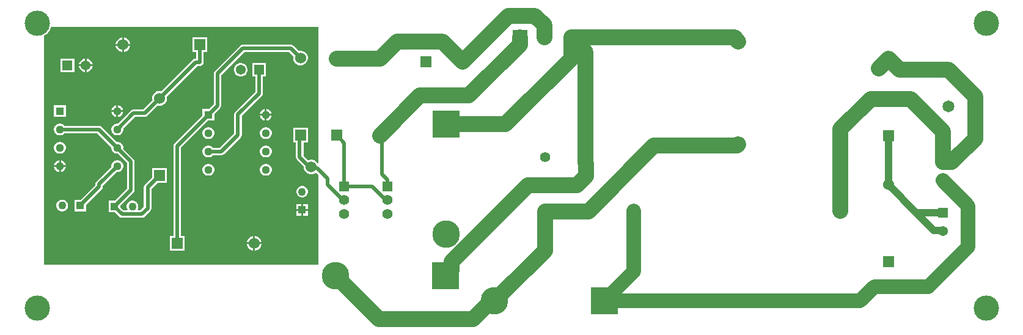
<source format=gtl>
G04*
G04 #@! TF.GenerationSoftware,Altium Limited,Altium Designer,23.7.1 (13)*
G04*
G04 Layer_Physical_Order=1*
G04 Layer_Color=255*
%FSLAX44Y44*%
%MOMM*%
G71*
G04*
G04 #@! TF.SameCoordinates,A07C0687-F844-4A61-819B-523DF58B2253*
G04*
G04*
G04 #@! TF.FilePolarity,Positive*
G04*
G01*
G75*
%ADD18C,1.5240*%
%ADD19R,1.5240X1.5240*%
%ADD22R,1.5240X1.5240*%
%ADD39C,2.2000*%
%ADD40C,2.0000*%
%ADD41C,1.0000*%
%ADD42C,0.5000*%
%ADD43C,1.5750*%
%ADD44C,1.9050*%
%ADD45C,2.0100*%
%ADD46R,2.0100X2.0100*%
%ADD47C,1.3700*%
%ADD48R,1.3700X1.3700*%
%ADD49C,1.4000*%
%ADD50R,1.4000X1.4000*%
%ADD51C,3.5000*%
%ADD52R,3.8100X3.8100*%
%ADD53C,3.8100*%
%ADD54R,1.6500X1.6500*%
%ADD55C,1.6500*%
%ADD56R,3.8100X3.8100*%
%ADD57R,1.1000X1.1000*%
%ADD58C,1.1000*%
%ADD59R,1.6500X1.6500*%
%ADD60C,1.1300*%
%ADD61R,1.1300X1.1300*%
%ADD62R,1.3700X1.3700*%
%ADD63R,1.1000X1.1000*%
G36*
X420000Y231368D02*
X418730Y231028D01*
X418210Y231928D01*
X416318Y233820D01*
X414002Y235158D01*
X411418Y235850D01*
X408742D01*
X406158Y235158D01*
X405639Y234858D01*
X399171Y241326D01*
Y259840D01*
X405160D01*
Y280160D01*
X384840D01*
Y259840D01*
X388894D01*
Y239198D01*
X389285Y237231D01*
X390399Y235564D01*
X399920Y226043D01*
Y224352D01*
X400612Y221768D01*
X401950Y219452D01*
X403842Y217560D01*
X406158Y216222D01*
X408742Y215530D01*
X411418D01*
X414002Y216222D01*
X416318Y217560D01*
X416806Y218047D01*
X420000Y214853D01*
Y90000D01*
X40000D01*
Y407580D01*
X42775Y409434D01*
X45566Y412225D01*
X47759Y415508D01*
X49270Y419155D01*
X49438Y420000D01*
X420000D01*
Y231368D01*
D02*
G37*
%LPC*%
G36*
X150458Y405160D02*
X150390D01*
Y396270D01*
X159280D01*
Y396338D01*
X158588Y398922D01*
X157250Y401238D01*
X155358Y403130D01*
X153042Y404468D01*
X150458Y405160D01*
D02*
G37*
G36*
X147850D02*
X147782D01*
X145198Y404468D01*
X142882Y403130D01*
X140990Y401238D01*
X139652Y398922D01*
X138960Y396338D01*
Y396270D01*
X147850D01*
Y405160D01*
D02*
G37*
G36*
X159280Y393730D02*
X150390D01*
Y384840D01*
X150458D01*
X153042Y385532D01*
X155358Y386870D01*
X157250Y388762D01*
X158588Y391078D01*
X159280Y393662D01*
Y393730D01*
D02*
G37*
G36*
X147850D02*
X138960D01*
Y393662D01*
X139652Y391078D01*
X140990Y388762D01*
X142882Y386870D01*
X145198Y385532D01*
X147782Y384840D01*
X147850D01*
Y393730D01*
D02*
G37*
G36*
X98930Y376041D02*
Y367930D01*
X107041D01*
X106410Y370284D01*
X105174Y372426D01*
X103426Y374174D01*
X101284Y375410D01*
X98930Y376041D01*
D02*
G37*
G36*
X96390D02*
X94036Y375410D01*
X91894Y374174D01*
X90146Y372426D01*
X88910Y370284D01*
X88279Y367930D01*
X96390D01*
Y376041D01*
D02*
G37*
G36*
X381680Y395139D02*
X315000D01*
X313034Y394748D01*
X311366Y393634D01*
X276366Y358634D01*
X275252Y356967D01*
X274861Y355000D01*
Y312698D01*
X268433Y306270D01*
X259320D01*
Y297157D01*
X220566Y258404D01*
X219452Y256737D01*
X219061Y254770D01*
Y130160D01*
X214040D01*
Y109840D01*
X234360D01*
Y130160D01*
X229339D01*
Y252642D01*
X266587Y289890D01*
X275700D01*
Y299003D01*
X283634Y306936D01*
X284748Y308603D01*
X285139Y310570D01*
Y352872D01*
X317129Y384861D01*
X379552D01*
X385169Y379244D01*
X384840Y378018D01*
Y375342D01*
X385532Y372758D01*
X386870Y370442D01*
X388762Y368550D01*
X391078Y367212D01*
X393662Y366520D01*
X396338D01*
X398922Y367212D01*
X401238Y368550D01*
X403130Y370442D01*
X404468Y372758D01*
X405160Y375342D01*
Y378018D01*
X404468Y380602D01*
X403130Y382918D01*
X401238Y384810D01*
X398922Y386148D01*
X396338Y386840D01*
X393662D01*
X392436Y386511D01*
X385314Y393634D01*
X383647Y394748D01*
X381680Y395139D01*
D02*
G37*
G36*
X107041Y365390D02*
X98930D01*
Y357279D01*
X101284Y357910D01*
X103426Y359146D01*
X105174Y360894D01*
X106410Y363036D01*
X107041Y365390D01*
D02*
G37*
G36*
X96390D02*
X88279D01*
X88910Y363036D01*
X90146Y360894D01*
X91894Y359146D01*
X94036Y357910D01*
X96390Y357279D01*
Y365390D01*
D02*
G37*
G36*
X81650Y376050D02*
X62870D01*
Y357270D01*
X81650D01*
Y376050D01*
D02*
G37*
G36*
X313526Y369700D02*
X311054D01*
X308666Y369060D01*
X306524Y367824D01*
X304776Y366076D01*
X303540Y363934D01*
X302900Y361546D01*
Y359074D01*
X303540Y356686D01*
X304776Y354544D01*
X306524Y352796D01*
X308666Y351560D01*
X311054Y350920D01*
X313526D01*
X315914Y351560D01*
X318056Y352796D01*
X319804Y354544D01*
X321040Y356686D01*
X321680Y359074D01*
Y361546D01*
X321040Y363934D01*
X319804Y366076D01*
X318056Y367824D01*
X315914Y369060D01*
X313526Y369700D01*
D02*
G37*
G36*
X265960Y405160D02*
X245640D01*
Y384840D01*
X250661D01*
Y375939D01*
X249920D01*
X247953Y375548D01*
X246286Y374434D01*
X202564Y330711D01*
X201338Y331040D01*
X198662D01*
X196078Y330348D01*
X193762Y329010D01*
X191870Y327118D01*
X190532Y324802D01*
X189840Y322218D01*
Y319542D01*
X190169Y318316D01*
X176992Y305139D01*
X163410D01*
X161444Y304748D01*
X159776Y303634D01*
X142093Y285950D01*
X140092D01*
X138009Y285392D01*
X136141Y284314D01*
X134616Y282789D01*
X133538Y280921D01*
X132980Y278838D01*
Y276682D01*
X133538Y274599D01*
X134616Y272731D01*
X136141Y271206D01*
X138009Y270128D01*
X140092Y269570D01*
X142248D01*
X144331Y270128D01*
X146199Y271206D01*
X147724Y272731D01*
X148802Y274599D01*
X149360Y276682D01*
Y278683D01*
X165539Y294861D01*
X179120D01*
X181087Y295252D01*
X182754Y296366D01*
X197436Y311049D01*
X198662Y310720D01*
X201338D01*
X203922Y311412D01*
X206238Y312750D01*
X208130Y314642D01*
X209468Y316958D01*
X210160Y319542D01*
Y322218D01*
X209831Y323444D01*
X252048Y365661D01*
X255800D01*
X257766Y366052D01*
X259434Y367166D01*
X260548Y368834D01*
X260939Y370800D01*
Y384840D01*
X265960D01*
Y405160D01*
D02*
G37*
G36*
X142440Y311299D02*
Y304430D01*
X149309D01*
X148802Y306321D01*
X147724Y308189D01*
X146199Y309714D01*
X144331Y310792D01*
X142440Y311299D01*
D02*
G37*
G36*
X139900D02*
X138009Y310792D01*
X136141Y309714D01*
X134616Y308189D01*
X133538Y306321D01*
X133031Y304430D01*
X139900D01*
Y311299D01*
D02*
G37*
G36*
X348180Y306219D02*
Y299350D01*
X355049D01*
X354542Y301241D01*
X353464Y303109D01*
X351939Y304634D01*
X350071Y305712D01*
X348180Y306219D01*
D02*
G37*
G36*
X345640D02*
X343749Y305712D01*
X341881Y304634D01*
X340356Y303109D01*
X339278Y301241D01*
X338771Y299350D01*
X345640D01*
Y306219D01*
D02*
G37*
G36*
X149309Y301890D02*
X142440D01*
Y295021D01*
X144331Y295528D01*
X146199Y296606D01*
X147724Y298131D01*
X148802Y299999D01*
X149309Y301890D01*
D02*
G37*
G36*
X139900D02*
X133031D01*
X133538Y299999D01*
X134616Y298131D01*
X136141Y296606D01*
X138009Y295528D01*
X139900Y295021D01*
Y301890D01*
D02*
G37*
G36*
X69960Y311350D02*
X53580D01*
Y294970D01*
X69960D01*
Y311350D01*
D02*
G37*
G36*
X355049Y296810D02*
X348180D01*
Y289941D01*
X350071Y290448D01*
X351939Y291526D01*
X353464Y293051D01*
X354542Y294919D01*
X355049Y296810D01*
D02*
G37*
G36*
X345640D02*
X338771D01*
X339278Y294919D01*
X340356Y293051D01*
X341881Y291526D01*
X343749Y290448D01*
X345640Y289941D01*
Y296810D01*
D02*
G37*
G36*
X347988Y280870D02*
X345832D01*
X343749Y280312D01*
X341881Y279234D01*
X340356Y277709D01*
X339278Y275841D01*
X338720Y273758D01*
Y271602D01*
X339278Y269519D01*
X340356Y267651D01*
X341881Y266126D01*
X343749Y265048D01*
X345832Y264490D01*
X347988D01*
X350071Y265048D01*
X351939Y266126D01*
X353464Y267651D01*
X354542Y269519D01*
X355100Y271602D01*
Y273758D01*
X354542Y275841D01*
X353464Y277709D01*
X351939Y279234D01*
X350071Y280312D01*
X347988Y280870D01*
D02*
G37*
G36*
X268588D02*
X266432D01*
X264349Y280312D01*
X262481Y279234D01*
X260956Y277709D01*
X259878Y275841D01*
X259320Y273758D01*
Y271602D01*
X259878Y269519D01*
X260956Y267651D01*
X262481Y266126D01*
X264349Y265048D01*
X266432Y264490D01*
X268588D01*
X270671Y265048D01*
X272539Y266126D01*
X274064Y267651D01*
X275142Y269519D01*
X275700Y271602D01*
Y273758D01*
X275142Y275841D01*
X274064Y277709D01*
X272539Y279234D01*
X270671Y280312D01*
X268588Y280870D01*
D02*
G37*
G36*
X347080Y369700D02*
X328300D01*
Y350920D01*
X332551D01*
Y329784D01*
X304846Y302079D01*
X303732Y300411D01*
X303341Y298445D01*
Y272269D01*
X283491Y252419D01*
X273954D01*
X272539Y253834D01*
X270671Y254912D01*
X268588Y255470D01*
X266432D01*
X264349Y254912D01*
X262481Y253834D01*
X260956Y252309D01*
X259878Y250441D01*
X259320Y248358D01*
Y246202D01*
X259878Y244119D01*
X260956Y242251D01*
X262481Y240726D01*
X264349Y239648D01*
X266432Y239090D01*
X268588D01*
X270671Y239648D01*
X272539Y240726D01*
X273954Y242141D01*
X285620D01*
X287586Y242532D01*
X289254Y243646D01*
X312114Y266506D01*
X313228Y268174D01*
X313619Y270140D01*
Y296317D01*
X341324Y324021D01*
X342438Y325689D01*
X342829Y327655D01*
Y350920D01*
X347080D01*
Y369700D01*
D02*
G37*
G36*
X62848Y260550D02*
X60692D01*
X58609Y259992D01*
X56741Y258914D01*
X55216Y257389D01*
X54138Y255521D01*
X53580Y253438D01*
Y251282D01*
X54138Y249199D01*
X55216Y247331D01*
X56741Y245806D01*
X58609Y244728D01*
X60692Y244170D01*
X62848D01*
X64931Y244728D01*
X66799Y245806D01*
X68324Y247331D01*
X69402Y249199D01*
X69960Y251282D01*
Y253438D01*
X69402Y255521D01*
X68324Y257389D01*
X66799Y258914D01*
X64931Y259992D01*
X62848Y260550D01*
D02*
G37*
G36*
X347988Y255470D02*
X345832D01*
X343749Y254912D01*
X341881Y253834D01*
X340356Y252309D01*
X339278Y250441D01*
X338720Y248358D01*
Y246202D01*
X339278Y244119D01*
X340356Y242251D01*
X341881Y240726D01*
X343749Y239648D01*
X345832Y239090D01*
X347988D01*
X350071Y239648D01*
X351939Y240726D01*
X353464Y242251D01*
X354542Y244119D01*
X355100Y246202D01*
Y248358D01*
X354542Y250441D01*
X353464Y252309D01*
X351939Y253834D01*
X350071Y254912D01*
X347988Y255470D01*
D02*
G37*
G36*
X63040Y235099D02*
Y228230D01*
X69909D01*
X69402Y230121D01*
X68324Y231989D01*
X66799Y233514D01*
X64931Y234592D01*
X63040Y235099D01*
D02*
G37*
G36*
X60500D02*
X58609Y234592D01*
X56741Y233514D01*
X55216Y231989D01*
X54138Y230121D01*
X53631Y228230D01*
X60500D01*
Y235099D01*
D02*
G37*
G36*
X69909Y225690D02*
X63040D01*
Y218821D01*
X64931Y219328D01*
X66799Y220406D01*
X68324Y221931D01*
X69402Y223799D01*
X69909Y225690D01*
D02*
G37*
G36*
X60500D02*
X53631D01*
X54138Y223799D01*
X55216Y221931D01*
X56741Y220406D01*
X58609Y219328D01*
X60500Y218821D01*
Y225690D01*
D02*
G37*
G36*
X347988Y230070D02*
X345832D01*
X343749Y229512D01*
X341881Y228434D01*
X340356Y226909D01*
X339278Y225041D01*
X338720Y222958D01*
Y220802D01*
X339278Y218719D01*
X340356Y216851D01*
X341881Y215326D01*
X343749Y214248D01*
X345832Y213690D01*
X347988D01*
X350071Y214248D01*
X351939Y215326D01*
X353464Y216851D01*
X354542Y218719D01*
X355100Y220802D01*
Y222958D01*
X354542Y225041D01*
X353464Y226909D01*
X351939Y228434D01*
X350071Y229512D01*
X347988Y230070D01*
D02*
G37*
G36*
X268588D02*
X266432D01*
X264349Y229512D01*
X262481Y228434D01*
X260956Y226909D01*
X259878Y225041D01*
X259320Y222958D01*
Y220802D01*
X259878Y218719D01*
X260956Y216851D01*
X262481Y215326D01*
X264349Y214248D01*
X266432Y213690D01*
X268588D01*
X270671Y214248D01*
X272539Y215326D01*
X274064Y216851D01*
X275142Y218719D01*
X275700Y220802D01*
Y222958D01*
X275142Y225041D01*
X274064Y226909D01*
X272539Y228434D01*
X270671Y229512D01*
X268588Y230070D01*
D02*
G37*
G36*
X398438Y199440D02*
X396321D01*
X394277Y198892D01*
X392443Y197834D01*
X390946Y196337D01*
X389888Y194503D01*
X389340Y192458D01*
Y190341D01*
X389888Y188297D01*
X390946Y186463D01*
X392443Y184966D01*
X394277Y183908D01*
X396321Y183360D01*
X398438D01*
X400483Y183908D01*
X402317Y184966D01*
X403814Y186463D01*
X404872Y188297D01*
X405420Y190341D01*
Y192458D01*
X404872Y194503D01*
X403814Y196337D01*
X402317Y197834D01*
X400483Y198892D01*
X398438Y199440D01*
D02*
G37*
G36*
X405420Y174440D02*
X398650D01*
Y167670D01*
X405420D01*
Y174440D01*
D02*
G37*
G36*
X396110D02*
X389340D01*
Y167670D01*
X396110D01*
Y174440D01*
D02*
G37*
G36*
X142248Y235150D02*
X140092D01*
X138009Y234592D01*
X136141Y233514D01*
X134616Y231989D01*
X133538Y230121D01*
X132980Y228038D01*
Y226037D01*
X112343Y205400D01*
X111229Y203733D01*
X110837Y201766D01*
Y200615D01*
X90613Y180390D01*
X81800D01*
Y164310D01*
X97880D01*
Y173123D01*
X119610Y194853D01*
X120724Y196520D01*
X121115Y198486D01*
Y199638D01*
X140247Y218770D01*
X142248D01*
X144331Y219328D01*
X146199Y220406D01*
X147724Y221931D01*
X148802Y223799D01*
X149360Y225882D01*
Y228038D01*
X148802Y230121D01*
X147724Y231989D01*
X146199Y233514D01*
X144331Y234592D01*
X142248Y235150D01*
D02*
G37*
G36*
X65898Y180390D02*
X63781D01*
X61737Y179842D01*
X59903Y178784D01*
X58406Y177287D01*
X57348Y175453D01*
X56800Y173409D01*
Y171292D01*
X57348Y169247D01*
X58406Y167413D01*
X59903Y165916D01*
X61737Y164858D01*
X63781Y164310D01*
X65898D01*
X67943Y164858D01*
X69777Y165916D01*
X71274Y167413D01*
X72332Y169247D01*
X72880Y171292D01*
Y173409D01*
X72332Y175453D01*
X71274Y177287D01*
X69777Y178784D01*
X67943Y179842D01*
X65898Y180390D01*
D02*
G37*
G36*
X405420Y165130D02*
X398650D01*
Y158360D01*
X405420D01*
Y165130D01*
D02*
G37*
G36*
X396110D02*
X389340D01*
Y158360D01*
X396110D01*
Y165130D01*
D02*
G37*
G36*
X62848Y285950D02*
X60692D01*
X58609Y285392D01*
X56741Y284314D01*
X55216Y282789D01*
X54138Y280921D01*
X53580Y278838D01*
Y276682D01*
X54138Y274599D01*
X55216Y272731D01*
X56741Y271206D01*
X58609Y270128D01*
X60692Y269570D01*
X62848D01*
X64931Y270128D01*
X66799Y271206D01*
X68214Y272621D01*
X113642D01*
X132980Y253283D01*
Y251282D01*
X133538Y249199D01*
X134616Y247331D01*
X136141Y245806D01*
X138009Y244728D01*
X140092Y244170D01*
X141763D01*
X154751Y231182D01*
Y195868D01*
X138003Y179120D01*
X129190D01*
Y163040D01*
X138003D01*
X144136Y156906D01*
X145803Y155792D01*
X147770Y155401D01*
X175540D01*
X177507Y155792D01*
X179174Y156906D01*
X186871Y164604D01*
X187985Y166271D01*
X188377Y168238D01*
Y195309D01*
X197107Y204040D01*
X210160D01*
Y224360D01*
X189840D01*
Y211307D01*
X179604Y201071D01*
X178490Y199404D01*
X178099Y197438D01*
Y170366D01*
X173412Y165679D01*
X169862D01*
X169129Y166949D01*
X169722Y167977D01*
X170270Y170021D01*
Y172139D01*
X169722Y174183D01*
X168664Y176017D01*
X167167Y177514D01*
X165333Y178572D01*
X163288Y179120D01*
X161171D01*
X159127Y178572D01*
X157293Y177514D01*
X155796Y176017D01*
X154738Y174183D01*
X154190Y172139D01*
Y170021D01*
X154738Y167977D01*
X155331Y166949D01*
X154598Y165679D01*
X149899D01*
X145270Y170307D01*
Y171853D01*
X163524Y190106D01*
X164638Y191773D01*
X165029Y193740D01*
Y233310D01*
X164638Y235277D01*
X163524Y236944D01*
X149323Y251144D01*
X149360Y251282D01*
Y253438D01*
X148802Y255521D01*
X147724Y257389D01*
X146199Y258914D01*
X144331Y259992D01*
X142248Y260550D01*
X140247D01*
X119404Y281394D01*
X117737Y282508D01*
X115770Y282899D01*
X68214D01*
X66799Y284314D01*
X64931Y285392D01*
X62848Y285950D01*
D02*
G37*
G36*
X332218Y130160D02*
X332150D01*
Y121270D01*
X341040D01*
Y121338D01*
X340348Y123922D01*
X339010Y126238D01*
X337118Y128130D01*
X334802Y129468D01*
X332218Y130160D01*
D02*
G37*
G36*
X329610D02*
X329542D01*
X326958Y129468D01*
X324642Y128130D01*
X322750Y126238D01*
X321412Y123922D01*
X320720Y121338D01*
Y121270D01*
X329610D01*
Y130160D01*
D02*
G37*
G36*
X341040Y118730D02*
X332150D01*
Y109840D01*
X332218D01*
X334802Y110532D01*
X337118Y111870D01*
X339010Y113762D01*
X340348Y116078D01*
X341040Y118662D01*
Y118730D01*
D02*
G37*
G36*
X329610D02*
X320720D01*
Y118662D01*
X321412Y116078D01*
X322750Y113762D01*
X324642Y111870D01*
X326958Y110532D01*
X329542Y109840D01*
X329610D01*
Y118730D01*
D02*
G37*
%LPD*%
D18*
X505000Y375880D02*
D03*
X445000Y376680D02*
D03*
X395000D02*
D03*
X1210000Y375880D02*
D03*
X149120Y395000D02*
D03*
X200000Y320880D02*
D03*
X1210000Y200880D02*
D03*
X330880Y120000D02*
D03*
X410080Y225690D02*
D03*
D19*
X505000Y269200D02*
D03*
X445000Y270000D02*
D03*
X395000D02*
D03*
X1210000Y269200D02*
D03*
X200000Y214200D02*
D03*
X1210000Y94200D02*
D03*
D22*
X255800Y395000D02*
D03*
X224200Y120000D02*
D03*
D39*
X1143000Y165000D02*
Y278000D01*
X1185000Y320000D01*
X1284730Y232200D02*
Y275270D01*
X1240000Y320000D02*
X1284730Y275270D01*
X1185000Y320000D02*
X1240000D01*
X999460Y255000D02*
X1001900Y257440D01*
X885000Y255000D02*
X999460D01*
X733930Y164060D02*
X794060D01*
X885000Y255000D01*
X663800Y40000D02*
X733930Y110130D01*
Y164060D01*
X790737Y212887D02*
Y231113D01*
X710000Y200000D02*
X777850D01*
X604250Y94250D02*
X710000Y200000D01*
X777850D02*
X790737Y212887D01*
X790000Y231850D02*
X790737Y231113D01*
X596200Y75000D02*
X604250Y83050D01*
Y94250D01*
X659443Y40000D02*
X663800D01*
X634443Y15000D02*
X659443Y40000D01*
X503800Y15000D02*
X634443D01*
X443800Y75000D02*
X503800Y15000D01*
X770000Y405000D02*
X996580D01*
X1001900Y399680D01*
X770000Y405000D02*
X790000Y385000D01*
Y231850D02*
Y385000D01*
X770000Y376060D02*
Y405000D01*
X679320Y285380D02*
X770000Y376060D01*
X698880Y395110D02*
Y405000D01*
X628520Y324750D02*
X698880Y395110D01*
X445000Y375550D02*
X505000D01*
X733170Y405000D02*
Y421830D01*
X619630Y371740D02*
X682890Y435000D01*
X720000D01*
X733170Y421830D01*
X596770Y285380D02*
X679320D01*
X1284730Y232200D02*
X1297200D01*
X1330000Y265000D01*
X1225410Y360470D02*
X1292350D01*
X1210000Y375880D02*
X1225410Y360470D01*
X1195860Y361740D02*
X1210000Y375880D01*
X505000D02*
X528800Y399680D01*
X505000Y269200D02*
X560550Y324750D01*
X1330000Y265000D02*
Y322820D01*
X1292350Y360470D02*
X1330000Y322820D01*
X443800Y75000D02*
X444435Y75635D01*
X560550Y324750D02*
X628520D01*
X528800Y399680D02*
X591690D01*
X619630Y371740D01*
D40*
X816200Y40000D02*
X1170000D01*
X1190000Y60000D01*
X816200Y40000D02*
X857000Y80800D01*
Y165000D01*
X1284730Y206800D02*
X1320000Y171530D01*
Y115000D02*
Y171530D01*
X1190000Y60000D02*
X1265000D01*
X1320000Y115000D01*
D41*
X1209800Y201080D02*
Y269200D01*
X1248180Y162700D02*
X1272872Y138008D01*
X1210000Y200880D02*
X1248180Y162700D01*
X1272872Y138008D02*
X1284292D01*
X1285000Y137300D01*
X1248180Y162700D02*
X1285000D01*
X1209800Y201080D02*
X1210000Y200880D01*
D42*
X505000Y269200D02*
X507870Y266330D01*
Y215530D02*
Y266330D01*
X445000Y270000D02*
X455800Y259200D01*
Y199020D02*
Y259200D01*
X315000Y390000D02*
X381680D01*
X280000Y355000D02*
X315000Y390000D01*
X381680D02*
X395000Y376680D01*
X394032Y269032D02*
X395000Y270000D01*
X394032Y239198D02*
Y269032D01*
X183238Y197438D02*
X200000Y214200D01*
X183238Y168238D02*
Y197438D01*
X141170Y277760D02*
X163410Y300000D01*
X179120D02*
X200000Y320880D01*
X163410Y300000D02*
X179120D01*
X200000Y320880D02*
X249920Y370800D01*
X255800D01*
Y395000D01*
X224200Y120000D02*
Y254770D01*
X267510Y298080D01*
X175540Y160540D02*
X183238Y168238D01*
X147770Y160540D02*
X175540D01*
X137230Y171080D02*
X147770Y160540D01*
X280000Y310570D02*
Y355000D01*
X267510Y298080D02*
X280000Y310570D01*
X432551Y201141D02*
X453722Y179970D01*
X455600D01*
X410080Y225690D02*
X412039Y223731D01*
X432551Y201141D02*
Y209569D01*
X418389Y223731D02*
X432551Y209569D01*
X412039Y223731D02*
X418389D01*
X407540Y225690D02*
X410080D01*
X394032Y239198D02*
X407540Y225690D01*
X455800Y199020D02*
X494362D01*
X513412Y179970D01*
X515290D01*
X515490Y199020D02*
Y207910D01*
X507870Y215530D02*
X515490Y207910D01*
X267510Y247280D02*
X285620D01*
X308480Y270140D01*
Y298445D01*
X337690Y327655D02*
Y360310D01*
X308480Y298445D02*
X337690Y327655D01*
X61770Y277760D02*
X115770D01*
X141170Y252360D01*
Y252030D02*
Y252360D01*
Y252030D02*
X159890Y233310D01*
X137230Y171080D02*
X159890Y193740D01*
Y233310D01*
X89840Y172350D02*
X115976Y198486D01*
Y201766D01*
X141170Y226960D01*
D43*
X1143000Y165000D02*
D03*
X857000D02*
D03*
D44*
X1001900Y257440D02*
D03*
Y399680D02*
D03*
D45*
X770000Y405000D02*
D03*
X733170D02*
D03*
D46*
X698880D02*
D03*
D47*
X1285000Y137300D02*
D03*
X1284730Y232200D02*
D03*
X97660Y366660D02*
D03*
X312290Y360310D02*
D03*
D48*
X1285000Y162700D02*
D03*
X1284730Y206800D02*
D03*
D49*
X455800Y160920D02*
D03*
X455600Y179970D02*
D03*
X515290D02*
D03*
X515490Y160920D02*
D03*
X733930Y239060D02*
D03*
D50*
X455800Y199020D02*
D03*
X515490D02*
D03*
X733930Y164060D02*
D03*
D51*
X1345000Y425000D02*
D03*
Y30000D02*
D03*
X30000D02*
D03*
Y425000D02*
D03*
D52*
X596200Y75000D02*
D03*
X816200Y40000D02*
D03*
D53*
X443800Y75000D02*
D03*
X663800Y40000D02*
D03*
X596770Y132980D02*
D03*
D54*
X568830Y371740D02*
D03*
D55*
X619630D02*
D03*
X1292350Y309670D02*
D03*
D56*
X596770Y285380D02*
D03*
D57*
X397380Y166400D02*
D03*
D58*
Y191400D02*
D03*
X64840Y172350D02*
D03*
X162230Y171080D02*
D03*
D59*
X1292350Y360470D02*
D03*
D60*
X141170Y303160D02*
D03*
Y277760D02*
D03*
Y252360D02*
D03*
Y226960D02*
D03*
X61770D02*
D03*
Y252360D02*
D03*
Y277760D02*
D03*
X346910Y298080D02*
D03*
Y272680D02*
D03*
Y247280D02*
D03*
Y221880D02*
D03*
X267510D02*
D03*
Y247280D02*
D03*
Y272680D02*
D03*
D61*
X61770Y303160D02*
D03*
X267510Y298080D02*
D03*
D62*
X72260Y366660D02*
D03*
X337690Y360310D02*
D03*
D63*
X89840Y172350D02*
D03*
X137230Y171080D02*
D03*
M02*

</source>
